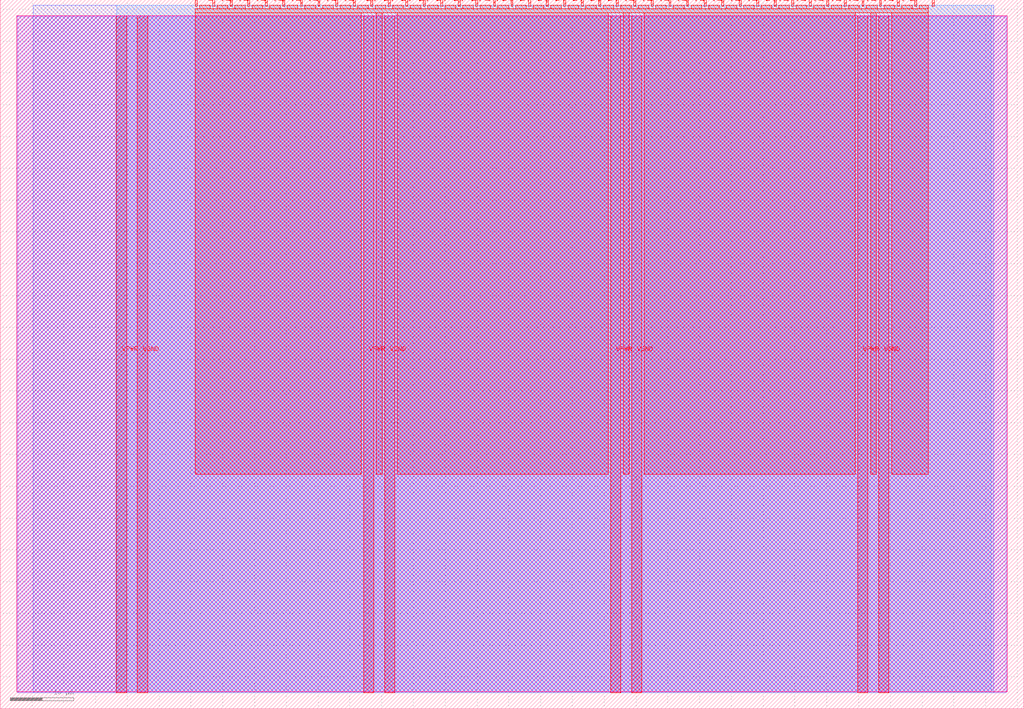
<source format=lef>
VERSION 5.7 ;
  NOWIREEXTENSIONATPIN ON ;
  DIVIDERCHAR "/" ;
  BUSBITCHARS "[]" ;
MACRO tt_um_javibajocero_top
  CLASS BLOCK ;
  FOREIGN tt_um_javibajocero_top ;
  ORIGIN 0.000 0.000 ;
  SIZE 161.000 BY 111.520 ;
  PIN VGND
    DIRECTION INOUT ;
    USE GROUND ;
    PORT
      LAYER met4 ;
        RECT 21.580 2.480 23.180 109.040 ;
    END
    PORT
      LAYER met4 ;
        RECT 60.450 2.480 62.050 109.040 ;
    END
    PORT
      LAYER met4 ;
        RECT 99.320 2.480 100.920 109.040 ;
    END
    PORT
      LAYER met4 ;
        RECT 138.190 2.480 139.790 109.040 ;
    END
  END VGND
  PIN VPWR
    DIRECTION INOUT ;
    USE POWER ;
    PORT
      LAYER met4 ;
        RECT 18.280 2.480 19.880 109.040 ;
    END
    PORT
      LAYER met4 ;
        RECT 57.150 2.480 58.750 109.040 ;
    END
    PORT
      LAYER met4 ;
        RECT 96.020 2.480 97.620 109.040 ;
    END
    PORT
      LAYER met4 ;
        RECT 134.890 2.480 136.490 109.040 ;
    END
  END VPWR
  PIN clk
    DIRECTION INPUT ;
    USE SIGNAL ;
    ANTENNAGATEAREA 0.852000 ;
    PORT
      LAYER met4 ;
        RECT 143.830 110.520 144.130 111.520 ;
    END
  END clk
  PIN ena
    DIRECTION INPUT ;
    USE SIGNAL ;
    PORT
      LAYER met4 ;
        RECT 146.590 110.520 146.890 111.520 ;
    END
  END ena
  PIN rst_n
    DIRECTION INPUT ;
    USE SIGNAL ;
    ANTENNAGATEAREA 0.196500 ;
    PORT
      LAYER met4 ;
        RECT 141.070 110.520 141.370 111.520 ;
    END
  END rst_n
  PIN ui_in[0]
    DIRECTION INPUT ;
    USE SIGNAL ;
    ANTENNAGATEAREA 0.196500 ;
    PORT
      LAYER met4 ;
        RECT 138.310 110.520 138.610 111.520 ;
    END
  END ui_in[0]
  PIN ui_in[1]
    DIRECTION INPUT ;
    USE SIGNAL ;
    PORT
      LAYER met4 ;
        RECT 135.550 110.520 135.850 111.520 ;
    END
  END ui_in[1]
  PIN ui_in[2]
    DIRECTION INPUT ;
    USE SIGNAL ;
    PORT
      LAYER met4 ;
        RECT 132.790 110.520 133.090 111.520 ;
    END
  END ui_in[2]
  PIN ui_in[3]
    DIRECTION INPUT ;
    USE SIGNAL ;
    PORT
      LAYER met4 ;
        RECT 130.030 110.520 130.330 111.520 ;
    END
  END ui_in[3]
  PIN ui_in[4]
    DIRECTION INPUT ;
    USE SIGNAL ;
    PORT
      LAYER met4 ;
        RECT 127.270 110.520 127.570 111.520 ;
    END
  END ui_in[4]
  PIN ui_in[5]
    DIRECTION INPUT ;
    USE SIGNAL ;
    PORT
      LAYER met4 ;
        RECT 124.510 110.520 124.810 111.520 ;
    END
  END ui_in[5]
  PIN ui_in[6]
    DIRECTION INPUT ;
    USE SIGNAL ;
    PORT
      LAYER met4 ;
        RECT 121.750 110.520 122.050 111.520 ;
    END
  END ui_in[6]
  PIN ui_in[7]
    DIRECTION INPUT ;
    USE SIGNAL ;
    PORT
      LAYER met4 ;
        RECT 118.990 110.520 119.290 111.520 ;
    END
  END ui_in[7]
  PIN uio_in[0]
    DIRECTION INPUT ;
    USE SIGNAL ;
    PORT
      LAYER met4 ;
        RECT 116.230 110.520 116.530 111.520 ;
    END
  END uio_in[0]
  PIN uio_in[1]
    DIRECTION INPUT ;
    USE SIGNAL ;
    PORT
      LAYER met4 ;
        RECT 113.470 110.520 113.770 111.520 ;
    END
  END uio_in[1]
  PIN uio_in[2]
    DIRECTION INPUT ;
    USE SIGNAL ;
    PORT
      LAYER met4 ;
        RECT 110.710 110.520 111.010 111.520 ;
    END
  END uio_in[2]
  PIN uio_in[3]
    DIRECTION INPUT ;
    USE SIGNAL ;
    PORT
      LAYER met4 ;
        RECT 107.950 110.520 108.250 111.520 ;
    END
  END uio_in[3]
  PIN uio_in[4]
    DIRECTION INPUT ;
    USE SIGNAL ;
    PORT
      LAYER met4 ;
        RECT 105.190 110.520 105.490 111.520 ;
    END
  END uio_in[4]
  PIN uio_in[5]
    DIRECTION INPUT ;
    USE SIGNAL ;
    PORT
      LAYER met4 ;
        RECT 102.430 110.520 102.730 111.520 ;
    END
  END uio_in[5]
  PIN uio_in[6]
    DIRECTION INPUT ;
    USE SIGNAL ;
    PORT
      LAYER met4 ;
        RECT 99.670 110.520 99.970 111.520 ;
    END
  END uio_in[6]
  PIN uio_in[7]
    DIRECTION INPUT ;
    USE SIGNAL ;
    PORT
      LAYER met4 ;
        RECT 96.910 110.520 97.210 111.520 ;
    END
  END uio_in[7]
  PIN uio_oe[0]
    DIRECTION OUTPUT ;
    USE SIGNAL ;
    PORT
      LAYER met4 ;
        RECT 49.990 110.520 50.290 111.520 ;
    END
  END uio_oe[0]
  PIN uio_oe[1]
    DIRECTION OUTPUT ;
    USE SIGNAL ;
    PORT
      LAYER met4 ;
        RECT 47.230 110.520 47.530 111.520 ;
    END
  END uio_oe[1]
  PIN uio_oe[2]
    DIRECTION OUTPUT ;
    USE SIGNAL ;
    PORT
      LAYER met4 ;
        RECT 44.470 110.520 44.770 111.520 ;
    END
  END uio_oe[2]
  PIN uio_oe[3]
    DIRECTION OUTPUT ;
    USE SIGNAL ;
    PORT
      LAYER met4 ;
        RECT 41.710 110.520 42.010 111.520 ;
    END
  END uio_oe[3]
  PIN uio_oe[4]
    DIRECTION OUTPUT ;
    USE SIGNAL ;
    PORT
      LAYER met4 ;
        RECT 38.950 110.520 39.250 111.520 ;
    END
  END uio_oe[4]
  PIN uio_oe[5]
    DIRECTION OUTPUT ;
    USE SIGNAL ;
    PORT
      LAYER met4 ;
        RECT 36.190 110.520 36.490 111.520 ;
    END
  END uio_oe[5]
  PIN uio_oe[6]
    DIRECTION OUTPUT ;
    USE SIGNAL ;
    PORT
      LAYER met4 ;
        RECT 33.430 110.520 33.730 111.520 ;
    END
  END uio_oe[6]
  PIN uio_oe[7]
    DIRECTION OUTPUT ;
    USE SIGNAL ;
    PORT
      LAYER met4 ;
        RECT 30.670 110.520 30.970 111.520 ;
    END
  END uio_oe[7]
  PIN uio_out[0]
    DIRECTION OUTPUT ;
    USE SIGNAL ;
    PORT
      LAYER met4 ;
        RECT 72.070 110.520 72.370 111.520 ;
    END
  END uio_out[0]
  PIN uio_out[1]
    DIRECTION OUTPUT ;
    USE SIGNAL ;
    PORT
      LAYER met4 ;
        RECT 69.310 110.520 69.610 111.520 ;
    END
  END uio_out[1]
  PIN uio_out[2]
    DIRECTION OUTPUT ;
    USE SIGNAL ;
    PORT
      LAYER met4 ;
        RECT 66.550 110.520 66.850 111.520 ;
    END
  END uio_out[2]
  PIN uio_out[3]
    DIRECTION OUTPUT ;
    USE SIGNAL ;
    PORT
      LAYER met4 ;
        RECT 63.790 110.520 64.090 111.520 ;
    END
  END uio_out[3]
  PIN uio_out[4]
    DIRECTION OUTPUT ;
    USE SIGNAL ;
    PORT
      LAYER met4 ;
        RECT 61.030 110.520 61.330 111.520 ;
    END
  END uio_out[4]
  PIN uio_out[5]
    DIRECTION OUTPUT ;
    USE SIGNAL ;
    PORT
      LAYER met4 ;
        RECT 58.270 110.520 58.570 111.520 ;
    END
  END uio_out[5]
  PIN uio_out[6]
    DIRECTION OUTPUT ;
    USE SIGNAL ;
    PORT
      LAYER met4 ;
        RECT 55.510 110.520 55.810 111.520 ;
    END
  END uio_out[6]
  PIN uio_out[7]
    DIRECTION OUTPUT ;
    USE SIGNAL ;
    PORT
      LAYER met4 ;
        RECT 52.750 110.520 53.050 111.520 ;
    END
  END uio_out[7]
  PIN uo_out[0]
    DIRECTION OUTPUT ;
    USE SIGNAL ;
    ANTENNADIFFAREA 0.445500 ;
    PORT
      LAYER met4 ;
        RECT 94.150 110.520 94.450 111.520 ;
    END
  END uo_out[0]
  PIN uo_out[1]
    DIRECTION OUTPUT ;
    USE SIGNAL ;
    ANTENNADIFFAREA 0.445500 ;
    PORT
      LAYER met4 ;
        RECT 91.390 110.520 91.690 111.520 ;
    END
  END uo_out[1]
  PIN uo_out[2]
    DIRECTION OUTPUT ;
    USE SIGNAL ;
    ANTENNADIFFAREA 0.445500 ;
    PORT
      LAYER met4 ;
        RECT 88.630 110.520 88.930 111.520 ;
    END
  END uo_out[2]
  PIN uo_out[3]
    DIRECTION OUTPUT ;
    USE SIGNAL ;
    ANTENNADIFFAREA 0.445500 ;
    PORT
      LAYER met4 ;
        RECT 85.870 110.520 86.170 111.520 ;
    END
  END uo_out[3]
  PIN uo_out[4]
    DIRECTION OUTPUT ;
    USE SIGNAL ;
    ANTENNADIFFAREA 0.445500 ;
    PORT
      LAYER met4 ;
        RECT 83.110 110.520 83.410 111.520 ;
    END
  END uo_out[4]
  PIN uo_out[5]
    DIRECTION OUTPUT ;
    USE SIGNAL ;
    ANTENNADIFFAREA 0.795200 ;
    PORT
      LAYER met4 ;
        RECT 80.350 110.520 80.650 111.520 ;
    END
  END uo_out[5]
  PIN uo_out[6]
    DIRECTION OUTPUT ;
    USE SIGNAL ;
    PORT
      LAYER met4 ;
        RECT 77.590 110.520 77.890 111.520 ;
    END
  END uo_out[6]
  PIN uo_out[7]
    DIRECTION OUTPUT ;
    USE SIGNAL ;
    PORT
      LAYER met4 ;
        RECT 74.830 110.520 75.130 111.520 ;
    END
  END uo_out[7]
  OBS
      LAYER nwell ;
        RECT 2.570 2.635 158.430 108.990 ;
      LAYER li1 ;
        RECT 2.760 2.635 158.240 108.885 ;
      LAYER met1 ;
        RECT 2.760 2.480 158.240 109.040 ;
      LAYER met2 ;
        RECT 5.160 2.535 156.300 110.685 ;
      LAYER met3 ;
        RECT 18.290 2.555 155.875 110.665 ;
      LAYER met4 ;
        RECT 31.370 110.120 33.030 110.665 ;
        RECT 34.130 110.120 35.790 110.665 ;
        RECT 36.890 110.120 38.550 110.665 ;
        RECT 39.650 110.120 41.310 110.665 ;
        RECT 42.410 110.120 44.070 110.665 ;
        RECT 45.170 110.120 46.830 110.665 ;
        RECT 47.930 110.120 49.590 110.665 ;
        RECT 50.690 110.120 52.350 110.665 ;
        RECT 53.450 110.120 55.110 110.665 ;
        RECT 56.210 110.120 57.870 110.665 ;
        RECT 58.970 110.120 60.630 110.665 ;
        RECT 61.730 110.120 63.390 110.665 ;
        RECT 64.490 110.120 66.150 110.665 ;
        RECT 67.250 110.120 68.910 110.665 ;
        RECT 70.010 110.120 71.670 110.665 ;
        RECT 72.770 110.120 74.430 110.665 ;
        RECT 75.530 110.120 77.190 110.665 ;
        RECT 78.290 110.120 79.950 110.665 ;
        RECT 81.050 110.120 82.710 110.665 ;
        RECT 83.810 110.120 85.470 110.665 ;
        RECT 86.570 110.120 88.230 110.665 ;
        RECT 89.330 110.120 90.990 110.665 ;
        RECT 92.090 110.120 93.750 110.665 ;
        RECT 94.850 110.120 96.510 110.665 ;
        RECT 97.610 110.120 99.270 110.665 ;
        RECT 100.370 110.120 102.030 110.665 ;
        RECT 103.130 110.120 104.790 110.665 ;
        RECT 105.890 110.120 107.550 110.665 ;
        RECT 108.650 110.120 110.310 110.665 ;
        RECT 111.410 110.120 113.070 110.665 ;
        RECT 114.170 110.120 115.830 110.665 ;
        RECT 116.930 110.120 118.590 110.665 ;
        RECT 119.690 110.120 121.350 110.665 ;
        RECT 122.450 110.120 124.110 110.665 ;
        RECT 125.210 110.120 126.870 110.665 ;
        RECT 127.970 110.120 129.630 110.665 ;
        RECT 130.730 110.120 132.390 110.665 ;
        RECT 133.490 110.120 135.150 110.665 ;
        RECT 136.250 110.120 137.910 110.665 ;
        RECT 139.010 110.120 140.670 110.665 ;
        RECT 141.770 110.120 143.430 110.665 ;
        RECT 144.530 110.120 145.985 110.665 ;
        RECT 30.655 109.440 145.985 110.120 ;
        RECT 30.655 36.895 56.750 109.440 ;
        RECT 59.150 36.895 60.050 109.440 ;
        RECT 62.450 36.895 95.620 109.440 ;
        RECT 98.020 36.895 98.920 109.440 ;
        RECT 101.320 36.895 134.490 109.440 ;
        RECT 136.890 36.895 137.790 109.440 ;
        RECT 140.190 36.895 145.985 109.440 ;
  END
END tt_um_javibajocero_top
END LIBRARY


</source>
